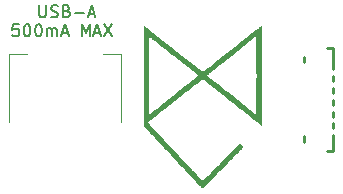
<source format=gto>
G04 #@! TF.GenerationSoftware,KiCad,Pcbnew,6.0.11-2627ca5db0~126~ubuntu22.04.1*
G04 #@! TF.CreationDate,2023-02-09T23:48:25+01:00*
G04 #@! TF.ProjectId,PDLeech,50444c65-6563-4682-9e6b-696361645f70,rev?*
G04 #@! TF.SameCoordinates,Original*
G04 #@! TF.FileFunction,Legend,Top*
G04 #@! TF.FilePolarity,Positive*
%FSLAX46Y46*%
G04 Gerber Fmt 4.6, Leading zero omitted, Abs format (unit mm)*
G04 Created by KiCad (PCBNEW 6.0.11-2627ca5db0~126~ubuntu22.04.1) date 2023-02-09 23:48:25*
%MOMM*%
%LPD*%
G01*
G04 APERTURE LIST*
%ADD10C,0.150000*%
%ADD11C,0.120000*%
%ADD12C,0.254000*%
%ADD13C,2.200000*%
%ADD14C,0.650000*%
%ADD15O,0.950000X0.650000*%
%ADD16R,0.300000X0.700000*%
%ADD17O,0.800000X1.400000*%
%ADD18R,0.800000X0.300000*%
%ADD19C,0.750000*%
%ADD20O,2.100000X0.900000*%
%ADD21C,1.300000*%
G04 APERTURE END LIST*
D10*
X139803428Y-58718380D02*
X139803428Y-59527904D01*
X139851047Y-59623142D01*
X139898666Y-59670761D01*
X139993904Y-59718380D01*
X140184380Y-59718380D01*
X140279619Y-59670761D01*
X140327238Y-59623142D01*
X140374857Y-59527904D01*
X140374857Y-58718380D01*
X140803428Y-59670761D02*
X140946285Y-59718380D01*
X141184380Y-59718380D01*
X141279619Y-59670761D01*
X141327238Y-59623142D01*
X141374857Y-59527904D01*
X141374857Y-59432666D01*
X141327238Y-59337428D01*
X141279619Y-59289809D01*
X141184380Y-59242190D01*
X140993904Y-59194571D01*
X140898666Y-59146952D01*
X140851047Y-59099333D01*
X140803428Y-59004095D01*
X140803428Y-58908857D01*
X140851047Y-58813619D01*
X140898666Y-58766000D01*
X140993904Y-58718380D01*
X141232000Y-58718380D01*
X141374857Y-58766000D01*
X142136761Y-59194571D02*
X142279619Y-59242190D01*
X142327238Y-59289809D01*
X142374857Y-59385047D01*
X142374857Y-59527904D01*
X142327238Y-59623142D01*
X142279619Y-59670761D01*
X142184380Y-59718380D01*
X141803428Y-59718380D01*
X141803428Y-58718380D01*
X142136761Y-58718380D01*
X142232000Y-58766000D01*
X142279619Y-58813619D01*
X142327238Y-58908857D01*
X142327238Y-59004095D01*
X142279619Y-59099333D01*
X142232000Y-59146952D01*
X142136761Y-59194571D01*
X141803428Y-59194571D01*
X142803428Y-59337428D02*
X143565333Y-59337428D01*
X143993904Y-59432666D02*
X144470095Y-59432666D01*
X143898666Y-59718380D02*
X144232000Y-58718380D01*
X144565333Y-59718380D01*
X138065333Y-60328380D02*
X137589142Y-60328380D01*
X137541523Y-60804571D01*
X137589142Y-60756952D01*
X137684380Y-60709333D01*
X137922476Y-60709333D01*
X138017714Y-60756952D01*
X138065333Y-60804571D01*
X138112952Y-60899809D01*
X138112952Y-61137904D01*
X138065333Y-61233142D01*
X138017714Y-61280761D01*
X137922476Y-61328380D01*
X137684380Y-61328380D01*
X137589142Y-61280761D01*
X137541523Y-61233142D01*
X138732000Y-60328380D02*
X138827238Y-60328380D01*
X138922476Y-60376000D01*
X138970095Y-60423619D01*
X139017714Y-60518857D01*
X139065333Y-60709333D01*
X139065333Y-60947428D01*
X139017714Y-61137904D01*
X138970095Y-61233142D01*
X138922476Y-61280761D01*
X138827238Y-61328380D01*
X138732000Y-61328380D01*
X138636761Y-61280761D01*
X138589142Y-61233142D01*
X138541523Y-61137904D01*
X138493904Y-60947428D01*
X138493904Y-60709333D01*
X138541523Y-60518857D01*
X138589142Y-60423619D01*
X138636761Y-60376000D01*
X138732000Y-60328380D01*
X139684380Y-60328380D02*
X139779619Y-60328380D01*
X139874857Y-60376000D01*
X139922476Y-60423619D01*
X139970095Y-60518857D01*
X140017714Y-60709333D01*
X140017714Y-60947428D01*
X139970095Y-61137904D01*
X139922476Y-61233142D01*
X139874857Y-61280761D01*
X139779619Y-61328380D01*
X139684380Y-61328380D01*
X139589142Y-61280761D01*
X139541523Y-61233142D01*
X139493904Y-61137904D01*
X139446285Y-60947428D01*
X139446285Y-60709333D01*
X139493904Y-60518857D01*
X139541523Y-60423619D01*
X139589142Y-60376000D01*
X139684380Y-60328380D01*
X140446285Y-61328380D02*
X140446285Y-60661714D01*
X140446285Y-60756952D02*
X140493904Y-60709333D01*
X140589142Y-60661714D01*
X140732000Y-60661714D01*
X140827238Y-60709333D01*
X140874857Y-60804571D01*
X140874857Y-61328380D01*
X140874857Y-60804571D02*
X140922476Y-60709333D01*
X141017714Y-60661714D01*
X141160571Y-60661714D01*
X141255809Y-60709333D01*
X141303428Y-60804571D01*
X141303428Y-61328380D01*
X141732000Y-61042666D02*
X142208190Y-61042666D01*
X141636761Y-61328380D02*
X141970095Y-60328380D01*
X142303428Y-61328380D01*
X143398666Y-61328380D02*
X143398666Y-60328380D01*
X143732000Y-61042666D01*
X144065333Y-60328380D01*
X144065333Y-61328380D01*
X144493904Y-61042666D02*
X144970095Y-61042666D01*
X144398666Y-61328380D02*
X144732000Y-60328380D01*
X145065333Y-61328380D01*
X145303428Y-60328380D02*
X145970095Y-61328380D01*
X145970095Y-60328380D02*
X145303428Y-61328380D01*
G36*
X158642088Y-60412260D02*
G01*
X158642668Y-60426438D01*
X158643222Y-60450552D01*
X158643749Y-60484785D01*
X158644250Y-60529323D01*
X158644726Y-60584351D01*
X158645176Y-60650054D01*
X158645601Y-60726617D01*
X158646002Y-60814226D01*
X158646379Y-60913066D01*
X158646731Y-61023321D01*
X158647061Y-61145177D01*
X158647367Y-61278819D01*
X158647650Y-61424432D01*
X158647910Y-61582201D01*
X158648149Y-61752312D01*
X158648366Y-61934950D01*
X158648561Y-62130299D01*
X158648735Y-62338545D01*
X158648888Y-62559874D01*
X158649021Y-62794469D01*
X158649134Y-63042517D01*
X158649227Y-63304202D01*
X158649301Y-63579710D01*
X158649356Y-63869225D01*
X158649392Y-64172934D01*
X158649409Y-64491020D01*
X158649411Y-64649516D01*
X158649400Y-64952710D01*
X158649365Y-65246361D01*
X158649306Y-65530262D01*
X158649226Y-65804205D01*
X158649123Y-66067985D01*
X158648997Y-66321393D01*
X158648851Y-66564223D01*
X158648683Y-66796268D01*
X158648494Y-67017321D01*
X158648284Y-67227175D01*
X158648054Y-67425623D01*
X158647804Y-67612458D01*
X158647534Y-67787473D01*
X158647245Y-67950461D01*
X158646937Y-68101215D01*
X158646611Y-68239528D01*
X158646266Y-68365194D01*
X158645903Y-68478004D01*
X158645522Y-68577753D01*
X158645124Y-68664233D01*
X158644710Y-68737237D01*
X158644278Y-68796558D01*
X158643830Y-68841990D01*
X158643367Y-68873324D01*
X158642887Y-68890356D01*
X158642550Y-68893660D01*
X158636405Y-68888988D01*
X158619154Y-68875500D01*
X158591167Y-68853489D01*
X158552814Y-68823249D01*
X158504465Y-68785072D01*
X158446492Y-68739254D01*
X158379263Y-68686086D01*
X158303149Y-68625863D01*
X158218521Y-68558877D01*
X158125749Y-68485422D01*
X158025203Y-68405791D01*
X157917254Y-68320278D01*
X157802271Y-68229176D01*
X157680626Y-68132778D01*
X157552687Y-68031378D01*
X157418826Y-67925269D01*
X157279413Y-67814744D01*
X157134819Y-67700097D01*
X156985412Y-67581621D01*
X156831564Y-67459610D01*
X156673646Y-67334357D01*
X156512026Y-67206155D01*
X156347077Y-67075297D01*
X156179167Y-66942078D01*
X156147312Y-66916802D01*
X155978877Y-66783168D01*
X155813326Y-66651842D01*
X155651029Y-66523120D01*
X155492357Y-66397292D01*
X155337679Y-66274654D01*
X155187368Y-66155499D01*
X155041793Y-66040119D01*
X154901324Y-65928808D01*
X154766333Y-65821859D01*
X154637190Y-65719566D01*
X154514266Y-65622222D01*
X154397931Y-65530120D01*
X154288555Y-65443554D01*
X154186510Y-65362817D01*
X154092166Y-65288203D01*
X154005893Y-65220004D01*
X153928062Y-65158514D01*
X153859043Y-65104026D01*
X153799208Y-65056834D01*
X153748926Y-65017230D01*
X153708568Y-64985509D01*
X153678505Y-64961964D01*
X153659108Y-64946887D01*
X153650747Y-64940573D01*
X153650438Y-64940388D01*
X153644423Y-64944792D01*
X153627388Y-64957921D01*
X153599797Y-64979408D01*
X153562119Y-65008881D01*
X153514819Y-65045974D01*
X153458366Y-65090316D01*
X153393225Y-65141539D01*
X153319863Y-65199274D01*
X153238748Y-65263152D01*
X153150346Y-65332803D01*
X153055124Y-65407860D01*
X152953548Y-65487952D01*
X152846087Y-65572711D01*
X152733206Y-65661768D01*
X152615372Y-65754754D01*
X152493052Y-65851301D01*
X152366713Y-65951038D01*
X152236822Y-66053597D01*
X152103846Y-66158610D01*
X151968252Y-66265706D01*
X151830505Y-66374518D01*
X151691074Y-66484676D01*
X151550425Y-66595812D01*
X151409024Y-66707555D01*
X151267340Y-66819538D01*
X151125837Y-66931391D01*
X150984984Y-67042746D01*
X150845248Y-67153233D01*
X150707094Y-67262483D01*
X150570990Y-67370128D01*
X150437403Y-67475798D01*
X150306799Y-67579125D01*
X150179646Y-67679739D01*
X150056410Y-67777272D01*
X149937558Y-67871355D01*
X149823557Y-67961618D01*
X149714873Y-68047693D01*
X149611974Y-68129211D01*
X149515326Y-68205802D01*
X149425397Y-68277098D01*
X149342652Y-68342730D01*
X149267560Y-68402329D01*
X149200586Y-68455525D01*
X149142197Y-68501951D01*
X149092861Y-68541236D01*
X149053045Y-68573012D01*
X149023214Y-68596911D01*
X149003836Y-68612562D01*
X148995547Y-68619444D01*
X149000428Y-68624781D01*
X149014944Y-68640407D01*
X149038716Y-68665917D01*
X149071365Y-68700904D01*
X149112510Y-68744964D01*
X149161771Y-68797689D01*
X149218769Y-68858675D01*
X149283123Y-68927516D01*
X149354455Y-69003806D01*
X149432384Y-69087139D01*
X149516531Y-69177109D01*
X149606515Y-69273311D01*
X149701957Y-69375339D01*
X149802477Y-69482788D01*
X149907696Y-69595250D01*
X150017232Y-69712322D01*
X150130708Y-69833596D01*
X150247742Y-69958667D01*
X150367955Y-70087130D01*
X150490968Y-70218579D01*
X150616399Y-70352607D01*
X150743871Y-70488810D01*
X150873002Y-70626781D01*
X151003413Y-70766114D01*
X151134724Y-70906405D01*
X151266556Y-71047246D01*
X151398528Y-71188233D01*
X151530261Y-71328960D01*
X151661375Y-71469020D01*
X151791490Y-71608009D01*
X151920226Y-71745520D01*
X152047204Y-71881147D01*
X152172044Y-72014485D01*
X152294365Y-72145129D01*
X152413789Y-72272672D01*
X152529935Y-72396708D01*
X152642423Y-72516832D01*
X152750874Y-72632638D01*
X152854908Y-72743721D01*
X152954145Y-72849674D01*
X153048206Y-72950091D01*
X153136709Y-73044568D01*
X153219277Y-73132698D01*
X153295528Y-73214076D01*
X153365083Y-73288295D01*
X153427563Y-73354951D01*
X153482587Y-73413636D01*
X153529775Y-73463947D01*
X153568749Y-73505476D01*
X153599127Y-73537818D01*
X153620530Y-73560567D01*
X153632579Y-73573317D01*
X153634084Y-73574893D01*
X153636596Y-73574200D01*
X153642473Y-73569982D01*
X153652017Y-73561938D01*
X153665527Y-73549767D01*
X153683306Y-73533168D01*
X153705653Y-73511841D01*
X153732870Y-73485483D01*
X153765258Y-73453794D01*
X153803117Y-73416473D01*
X153846749Y-73373219D01*
X153896454Y-73323731D01*
X153952533Y-73267708D01*
X154015288Y-73204850D01*
X154085018Y-73134854D01*
X154162026Y-73057420D01*
X154246611Y-72972246D01*
X154339075Y-72879033D01*
X154439719Y-72777479D01*
X154548843Y-72667282D01*
X154666748Y-72548143D01*
X154793736Y-72419759D01*
X154930107Y-72281830D01*
X155076163Y-72134056D01*
X155228713Y-71979666D01*
X156814182Y-70374891D01*
X156969886Y-70530468D01*
X157008837Y-70569586D01*
X157044104Y-70605384D01*
X157074432Y-70636558D01*
X157098567Y-70661805D01*
X157115254Y-70679822D01*
X157123240Y-70689305D01*
X157123742Y-70690382D01*
X157118525Y-70695852D01*
X157103468Y-70711269D01*
X157079028Y-70736173D01*
X157045662Y-70770100D01*
X157003828Y-70812588D01*
X156953983Y-70863174D01*
X156896584Y-70921395D01*
X156832088Y-70986789D01*
X156760953Y-71058894D01*
X156683635Y-71137246D01*
X156600591Y-71221383D01*
X156512280Y-71310842D01*
X156419157Y-71405161D01*
X156321680Y-71503878D01*
X156220307Y-71606528D01*
X156115495Y-71712651D01*
X156007700Y-71821783D01*
X155897379Y-71933462D01*
X155784991Y-72047225D01*
X155670992Y-72162609D01*
X155555839Y-72279152D01*
X155439990Y-72396392D01*
X155323901Y-72513865D01*
X155208031Y-72631109D01*
X155092835Y-72747661D01*
X154978771Y-72863059D01*
X154866297Y-72976840D01*
X154755869Y-73088542D01*
X154647945Y-73197701D01*
X154542981Y-73303856D01*
X154441436Y-73406544D01*
X154343765Y-73505301D01*
X154250428Y-73599666D01*
X154161879Y-73689176D01*
X154078577Y-73773368D01*
X154000979Y-73851780D01*
X153929542Y-73923948D01*
X153864723Y-73989411D01*
X153806980Y-74047706D01*
X153756768Y-74098369D01*
X153714547Y-74140940D01*
X153680772Y-74174954D01*
X153655902Y-74199949D01*
X153640392Y-74215463D01*
X153634701Y-74221033D01*
X153634683Y-74221042D01*
X153629600Y-74215749D01*
X153614803Y-74200082D01*
X153590594Y-74174365D01*
X153557275Y-74138920D01*
X153515148Y-74094068D01*
X153464514Y-74040132D01*
X153405675Y-73977433D01*
X153338934Y-73906294D01*
X153264592Y-73827036D01*
X153182951Y-73739983D01*
X153094313Y-73645455D01*
X152998980Y-73543774D01*
X152897254Y-73435264D01*
X152789437Y-73320245D01*
X152675830Y-73199041D01*
X152556736Y-73071972D01*
X152432456Y-72939361D01*
X152303292Y-72801530D01*
X152169546Y-72658801D01*
X152031521Y-72511497D01*
X151889517Y-72359938D01*
X151743838Y-72204448D01*
X151594784Y-72045348D01*
X151442657Y-71882960D01*
X151287760Y-71717606D01*
X151157407Y-71578446D01*
X151000242Y-71410664D01*
X150845517Y-71245491D01*
X150693537Y-71083255D01*
X150544608Y-70924282D01*
X150399034Y-70768896D01*
X150257122Y-70617424D01*
X150119176Y-70470192D01*
X149985503Y-70327526D01*
X149856407Y-70189752D01*
X149732195Y-70057196D01*
X149613171Y-69930183D01*
X149499642Y-69809040D01*
X149391912Y-69694092D01*
X149290287Y-69585665D01*
X149195073Y-69484086D01*
X149106575Y-69389681D01*
X149025098Y-69302774D01*
X148950948Y-69223692D01*
X148884431Y-69152762D01*
X148825851Y-69090308D01*
X148775515Y-69036657D01*
X148733728Y-68992135D01*
X148700794Y-68957068D01*
X148677021Y-68931781D01*
X148662713Y-68916601D01*
X148658281Y-68911947D01*
X148634471Y-68888043D01*
X148634471Y-67987795D01*
X149081370Y-67987795D01*
X149116169Y-67958949D01*
X149124500Y-67952253D01*
X149143895Y-67936794D01*
X149173932Y-67912909D01*
X149214187Y-67880931D01*
X149264240Y-67841196D01*
X149323666Y-67794038D01*
X149392044Y-67739793D01*
X149468951Y-67678795D01*
X149553965Y-67611379D01*
X149646664Y-67537880D01*
X149746624Y-67458633D01*
X149853424Y-67373973D01*
X149966641Y-67284235D01*
X150085852Y-67189753D01*
X150210635Y-67090864D01*
X150340568Y-66987900D01*
X150475229Y-66881198D01*
X150614194Y-66771093D01*
X150757041Y-66657918D01*
X150903348Y-66542010D01*
X151052692Y-66423702D01*
X151143700Y-66351611D01*
X151295115Y-66231672D01*
X151443959Y-66113771D01*
X151589797Y-65998250D01*
X151732197Y-65885454D01*
X151870725Y-65775726D01*
X152004947Y-65669409D01*
X152134428Y-65566848D01*
X152258737Y-65468385D01*
X152377438Y-65374364D01*
X152490098Y-65285129D01*
X152596283Y-65201023D01*
X152695560Y-65122390D01*
X152787494Y-65049573D01*
X152871653Y-64982917D01*
X152947602Y-64922763D01*
X153014908Y-64869457D01*
X153073136Y-64823341D01*
X153121854Y-64784759D01*
X153160627Y-64754055D01*
X153189022Y-64731572D01*
X153206605Y-64717653D01*
X153211526Y-64713761D01*
X153286620Y-64654401D01*
X153279306Y-64648599D01*
X154009870Y-64648599D01*
X154015567Y-64653586D01*
X154032344Y-64667355D01*
X154059798Y-64689585D01*
X154097527Y-64719956D01*
X154145129Y-64758147D01*
X154202200Y-64803837D01*
X154268338Y-64856705D01*
X154343141Y-64916432D01*
X154426207Y-64982697D01*
X154517132Y-65055179D01*
X154615514Y-65133557D01*
X154720951Y-65217511D01*
X154833040Y-65306721D01*
X154951378Y-65400866D01*
X155075564Y-65499624D01*
X155205194Y-65602677D01*
X155339867Y-65709702D01*
X155479179Y-65820380D01*
X155622728Y-65934390D01*
X155770112Y-66051412D01*
X155920927Y-66171124D01*
X156074772Y-66293207D01*
X156104515Y-66316805D01*
X158198849Y-67978424D01*
X158200696Y-66311451D01*
X158200881Y-66126629D01*
X158201040Y-65929129D01*
X158201173Y-65720841D01*
X158201281Y-65503654D01*
X158201363Y-65279458D01*
X158201420Y-65050141D01*
X158201452Y-64817594D01*
X158201457Y-64583706D01*
X158201438Y-64350366D01*
X158201393Y-64119464D01*
X158201322Y-63892888D01*
X158201226Y-63672529D01*
X158201105Y-63460275D01*
X158200958Y-63258017D01*
X158200785Y-63067643D01*
X158200696Y-62983697D01*
X158198849Y-61322916D01*
X156104203Y-62982464D01*
X155949776Y-63104832D01*
X155798307Y-63224893D01*
X155650197Y-63342327D01*
X155505851Y-63456813D01*
X155365669Y-63568031D01*
X155230056Y-63675662D01*
X155099413Y-63779383D01*
X154974144Y-63878876D01*
X154854650Y-63973819D01*
X154741335Y-64063893D01*
X154634602Y-64148777D01*
X154534853Y-64228150D01*
X154442490Y-64301693D01*
X154357917Y-64369085D01*
X154281536Y-64430006D01*
X154213749Y-64484135D01*
X154154960Y-64531153D01*
X154105570Y-64570737D01*
X154065984Y-64602570D01*
X154036602Y-64626329D01*
X154017829Y-64641695D01*
X154010067Y-64648347D01*
X154009870Y-64648599D01*
X153279306Y-64648599D01*
X151215132Y-63011249D01*
X151061285Y-62889213D01*
X150910237Y-62769395D01*
X150762402Y-62652122D01*
X150618190Y-62537723D01*
X150478016Y-62426523D01*
X150342292Y-62318851D01*
X150211430Y-62215034D01*
X150085843Y-62115399D01*
X149965943Y-62020274D01*
X149852145Y-61929987D01*
X149744859Y-61844864D01*
X149644499Y-61765233D01*
X149551477Y-61691422D01*
X149466207Y-61623758D01*
X149389100Y-61562568D01*
X149320569Y-61508180D01*
X149261027Y-61460921D01*
X149210887Y-61421119D01*
X149170562Y-61389101D01*
X149140463Y-61365194D01*
X149121004Y-61349726D01*
X149112597Y-61343025D01*
X149112506Y-61342951D01*
X149081370Y-61317806D01*
X149081370Y-67987795D01*
X148634471Y-67987795D01*
X148634471Y-64650014D01*
X148634480Y-64401454D01*
X148634508Y-64156548D01*
X148634554Y-63915704D01*
X148634617Y-63679330D01*
X148634697Y-63447835D01*
X148634793Y-63221626D01*
X148634906Y-63001113D01*
X148635033Y-62786702D01*
X148635176Y-62578803D01*
X148635332Y-62377823D01*
X148635503Y-62184171D01*
X148635686Y-61998255D01*
X148635882Y-61820483D01*
X148636091Y-61651264D01*
X148636311Y-61491005D01*
X148636542Y-61340116D01*
X148636580Y-61317806D01*
X148636783Y-61199003D01*
X148637035Y-61068076D01*
X148637295Y-60947742D01*
X148637565Y-60838410D01*
X148637844Y-60740488D01*
X148638130Y-60654384D01*
X148638424Y-60580506D01*
X148638724Y-60519263D01*
X148639031Y-60471063D01*
X148639343Y-60436314D01*
X148639661Y-60415425D01*
X148639965Y-60408789D01*
X148646015Y-60413079D01*
X148663170Y-60426190D01*
X148691060Y-60447829D01*
X148729318Y-60477704D01*
X148777572Y-60515525D01*
X148835455Y-60560998D01*
X148902596Y-60613832D01*
X148978627Y-60673736D01*
X149063178Y-60740416D01*
X149155881Y-60813583D01*
X149256365Y-60892942D01*
X149364262Y-60978204D01*
X149479202Y-61069075D01*
X149600816Y-61165264D01*
X149728735Y-61266480D01*
X149862590Y-61372429D01*
X150002011Y-61482821D01*
X150146629Y-61597363D01*
X150296074Y-61715763D01*
X150449979Y-61837731D01*
X150607973Y-61962973D01*
X150769687Y-62091198D01*
X150934751Y-62222114D01*
X151102798Y-62355429D01*
X151142557Y-62386976D01*
X153639654Y-64368358D01*
X153684729Y-64333019D01*
X153693512Y-64326086D01*
X153713399Y-64310356D01*
X153744008Y-64286131D01*
X153784958Y-64253712D01*
X153835868Y-64213403D01*
X153896356Y-64165504D01*
X153966042Y-64110317D01*
X154044544Y-64048146D01*
X154131481Y-63979291D01*
X154226472Y-63904055D01*
X154329135Y-63822739D01*
X154439089Y-63735646D01*
X154555954Y-63643078D01*
X154679347Y-63545336D01*
X154808888Y-63442722D01*
X154944195Y-63335539D01*
X155084887Y-63224088D01*
X155230583Y-63108672D01*
X155380902Y-62989592D01*
X155535462Y-62867150D01*
X155693883Y-62741649D01*
X155855782Y-62613390D01*
X156020779Y-62482675D01*
X156181678Y-62355205D01*
X156348919Y-62222713D01*
X156513270Y-62092517D01*
X156674356Y-61964913D01*
X156831806Y-61840197D01*
X156985243Y-61718665D01*
X157134296Y-61600611D01*
X157278591Y-61486333D01*
X157417753Y-61376126D01*
X157551409Y-61270285D01*
X157679186Y-61169107D01*
X157800710Y-61072888D01*
X157915607Y-60981922D01*
X158023503Y-60896506D01*
X158124026Y-60816937D01*
X158216801Y-60743508D01*
X158301454Y-60676517D01*
X158377613Y-60616260D01*
X158444903Y-60563031D01*
X158502951Y-60517127D01*
X158551384Y-60478843D01*
X158589826Y-60448476D01*
X158617906Y-60426321D01*
X158635248Y-60412674D01*
X158641481Y-60407830D01*
X158642088Y-60412260D01*
G37*
D11*
X146736000Y-62829000D02*
X146736000Y-68580000D01*
X137236000Y-62829000D02*
X137236000Y-68580000D01*
X137236000Y-62829000D02*
X138736000Y-62829000D01*
X145236000Y-62829000D02*
X146736000Y-62829000D01*
D12*
X164685500Y-66716500D02*
X164685500Y-67128500D01*
X164685500Y-65716500D02*
X164685500Y-66128500D01*
X164685500Y-69716500D02*
X164685500Y-71022500D01*
X164685500Y-67716500D02*
X164685500Y-68128500D01*
X162185500Y-63096500D02*
X162185500Y-63541500D01*
X164685500Y-68716500D02*
X164685500Y-69128500D01*
X164685500Y-64716500D02*
X164685500Y-65128500D01*
X164685500Y-62322500D02*
X164159500Y-62322500D01*
X162185500Y-69803500D02*
X162185500Y-70248500D01*
X164685500Y-62322500D02*
X164685500Y-64128500D01*
X164685500Y-71022500D02*
X164159500Y-71022500D01*
%LPC*%
D10*
X133870571Y-72365809D02*
X133870571Y-72699142D01*
X134394380Y-72699142D02*
X133394380Y-72699142D01*
X133394380Y-72222952D01*
X134346761Y-71461047D02*
X134394380Y-71556285D01*
X134394380Y-71746761D01*
X134346761Y-71842000D01*
X134251523Y-71889619D01*
X133870571Y-71889619D01*
X133775333Y-71842000D01*
X133727714Y-71746761D01*
X133727714Y-71556285D01*
X133775333Y-71461047D01*
X133870571Y-71413428D01*
X133965809Y-71413428D01*
X134061047Y-71889619D01*
X134394380Y-70984857D02*
X133394380Y-70984857D01*
X133775333Y-70984857D02*
X133727714Y-70889619D01*
X133727714Y-70699142D01*
X133775333Y-70603904D01*
X133822952Y-70556285D01*
X133918190Y-70508666D01*
X134203904Y-70508666D01*
X134299142Y-70556285D01*
X134346761Y-70603904D01*
X134394380Y-70699142D01*
X134394380Y-70889619D01*
X134346761Y-70984857D01*
X133489619Y-69365809D02*
X133442000Y-69318190D01*
X133394380Y-69222952D01*
X133394380Y-68984857D01*
X133442000Y-68889619D01*
X133489619Y-68842000D01*
X133584857Y-68794380D01*
X133680095Y-68794380D01*
X133822952Y-68842000D01*
X134394380Y-69413428D01*
X134394380Y-68794380D01*
X133394380Y-68175333D02*
X133394380Y-68080095D01*
X133442000Y-67984857D01*
X133489619Y-67937238D01*
X133584857Y-67889619D01*
X133775333Y-67842000D01*
X134013428Y-67842000D01*
X134203904Y-67889619D01*
X134299142Y-67937238D01*
X134346761Y-67984857D01*
X134394380Y-68080095D01*
X134394380Y-68175333D01*
X134346761Y-68270571D01*
X134299142Y-68318190D01*
X134203904Y-68365809D01*
X134013428Y-68413428D01*
X133775333Y-68413428D01*
X133584857Y-68365809D01*
X133489619Y-68318190D01*
X133442000Y-68270571D01*
X133394380Y-68175333D01*
X133489619Y-67461047D02*
X133442000Y-67413428D01*
X133394380Y-67318190D01*
X133394380Y-67080095D01*
X133442000Y-66984857D01*
X133489619Y-66937238D01*
X133584857Y-66889619D01*
X133680095Y-66889619D01*
X133822952Y-66937238D01*
X134394380Y-67508666D01*
X134394380Y-66889619D01*
X133394380Y-66556285D02*
X133394380Y-65937238D01*
X133775333Y-66270571D01*
X133775333Y-66127714D01*
X133822952Y-66032476D01*
X133870571Y-65984857D01*
X133965809Y-65937238D01*
X134203904Y-65937238D01*
X134299142Y-65984857D01*
X134346761Y-66032476D01*
X134394380Y-66127714D01*
X134394380Y-66413428D01*
X134346761Y-66508666D01*
X134299142Y-66556285D01*
X136004380Y-70127714D02*
X135004380Y-70127714D01*
X135004380Y-69889619D01*
X135052000Y-69746761D01*
X135147238Y-69651523D01*
X135242476Y-69603904D01*
X135432952Y-69556285D01*
X135575809Y-69556285D01*
X135766285Y-69603904D01*
X135861523Y-69651523D01*
X135956761Y-69746761D01*
X136004380Y-69889619D01*
X136004380Y-70127714D01*
X136004380Y-69127714D02*
X135004380Y-69127714D01*
X135004380Y-68889619D01*
X135052000Y-68746761D01*
X135147238Y-68651523D01*
X135242476Y-68603904D01*
X135432952Y-68556285D01*
X135575809Y-68556285D01*
X135766285Y-68603904D01*
X135861523Y-68651523D01*
X135956761Y-68746761D01*
X136004380Y-68889619D01*
X136004380Y-69127714D01*
X136004380Y-67651523D02*
X136004380Y-68127714D01*
X135004380Y-68127714D01*
D13*
X134112000Y-59690000D03*
D14*
X138386000Y-63839000D03*
D15*
X145586000Y-63839000D03*
D16*
X139236000Y-63179000D03*
X139736000Y-63179000D03*
X140236000Y-63179000D03*
X140736000Y-63179000D03*
X141236000Y-63179000D03*
X141736000Y-63179000D03*
X142236000Y-63179000D03*
X142736000Y-63179000D03*
X143236000Y-63179000D03*
X143736000Y-63179000D03*
X144236000Y-63179000D03*
X144736000Y-63179000D03*
D14*
X144786000Y-64489000D03*
X144386000Y-65189000D03*
X143586000Y-65189000D03*
X143186000Y-64489000D03*
X142786000Y-65189000D03*
X142386000Y-64489000D03*
X141586000Y-64489000D03*
X141186000Y-65189000D03*
X140786000Y-64489000D03*
X140386000Y-65189000D03*
X139586000Y-65189000D03*
X139186000Y-64489000D03*
D17*
X146116000Y-65089000D03*
X137856000Y-65089000D03*
X146476000Y-69469000D03*
X137496000Y-69469000D03*
D13*
X163576000Y-75438000D03*
D18*
X162535500Y-63922500D03*
X162535500Y-64422500D03*
X162535500Y-64922500D03*
X162535500Y-65422500D03*
X162535500Y-65922500D03*
X162535500Y-66422500D03*
X162535500Y-66922500D03*
X162535500Y-67422500D03*
X162535500Y-67922500D03*
X162535500Y-68422500D03*
X162535500Y-68922500D03*
X162535500Y-69422500D03*
D19*
X164235500Y-69422500D03*
X163515500Y-68922500D03*
X164235500Y-68422500D03*
X163515500Y-67922500D03*
X164235500Y-67422500D03*
X163515500Y-66922500D03*
X164235500Y-66422500D03*
X163515500Y-65922500D03*
X164235500Y-65422500D03*
X163515500Y-64922500D03*
X164235500Y-64422500D03*
X163515500Y-63922500D03*
D20*
X162885500Y-71022500D03*
X162885500Y-62322500D03*
D21*
X144486000Y-67805000D03*
X139486000Y-67805000D03*
M02*

</source>
